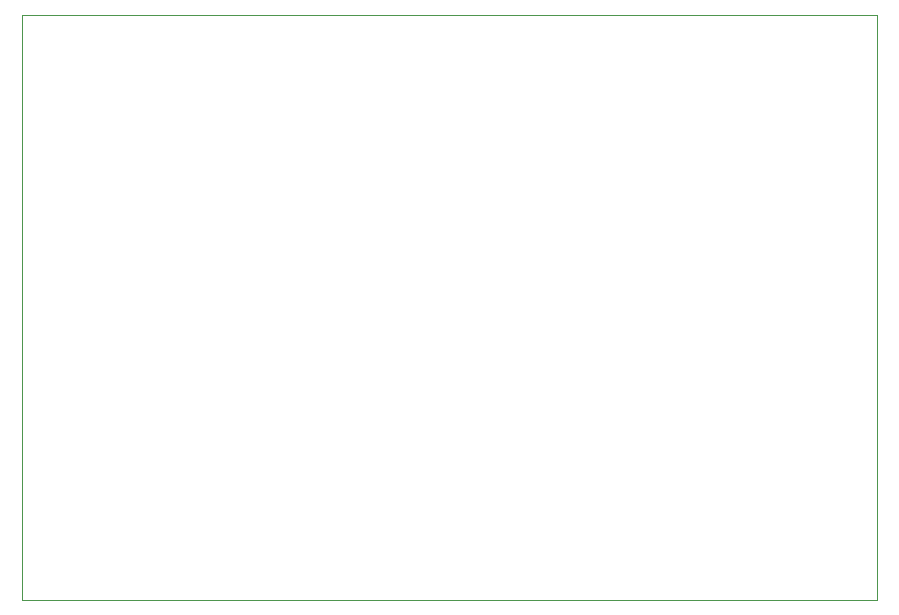
<source format=gbr>
G04 #@! TF.GenerationSoftware,KiCad,Pcbnew,(7.0.0)*
G04 #@! TF.CreationDate,2023-03-14T20:30:01-04:00*
G04 #@! TF.ProjectId,2ndmixer-2ndlo,326e646d-6978-4657-922d-326e646c6f2e,1*
G04 #@! TF.SameCoordinates,Original*
G04 #@! TF.FileFunction,Profile,NP*
%FSLAX46Y46*%
G04 Gerber Fmt 4.6, Leading zero omitted, Abs format (unit mm)*
G04 Created by KiCad (PCBNEW (7.0.0)) date 2023-03-14 20:30:01*
%MOMM*%
%LPD*%
G01*
G04 APERTURE LIST*
G04 #@! TA.AperFunction,Profile*
%ADD10C,0.100000*%
G04 #@! TD*
G04 APERTURE END LIST*
D10*
X134416800Y-75234800D02*
X206806800Y-75234800D01*
X206806800Y-75234800D02*
X206806800Y-124764800D01*
X206806800Y-124764800D02*
X134416800Y-124764800D01*
X134416800Y-124764800D02*
X134416800Y-75234800D01*
M02*

</source>
